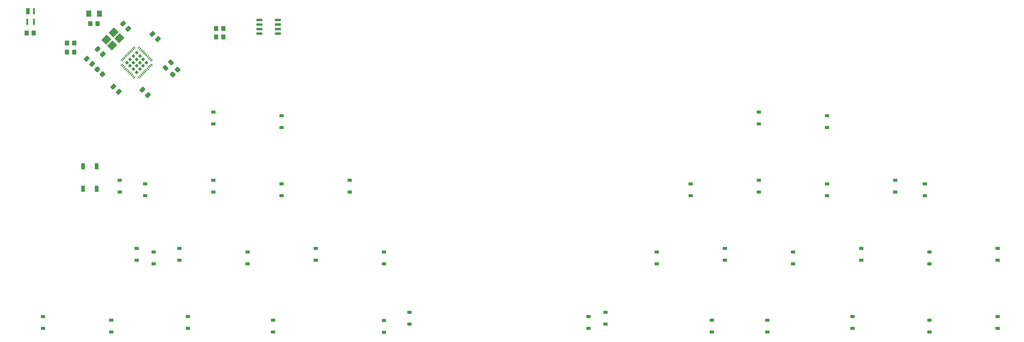
<source format=gbp>
G04 #@! TF.GenerationSoftware,KiCad,Pcbnew,(6.0.10-0)*
G04 #@! TF.CreationDate,2023-02-22T14:56:28+09:00*
G04 #@! TF.ProjectId,Sandy_Base,53616e64-795f-4426-9173-652e6b696361,v.0*
G04 #@! TF.SameCoordinates,Original*
G04 #@! TF.FileFunction,Paste,Bot*
G04 #@! TF.FilePolarity,Positive*
%FSLAX46Y46*%
G04 Gerber Fmt 4.6, Leading zero omitted, Abs format (unit mm)*
G04 Created by KiCad (PCBNEW (6.0.10-0)) date 2023-02-22 14:56:28*
%MOMM*%
%LPD*%
G01*
G04 APERTURE LIST*
G04 Aperture macros list*
%AMRoundRect*
0 Rectangle with rounded corners*
0 $1 Rounding radius*
0 $2 $3 $4 $5 $6 $7 $8 $9 X,Y pos of 4 corners*
0 Add a 4 corners polygon primitive as box body*
4,1,4,$2,$3,$4,$5,$6,$7,$8,$9,$2,$3,0*
0 Add four circle primitives for the rounded corners*
1,1,$1+$1,$2,$3*
1,1,$1+$1,$4,$5*
1,1,$1+$1,$6,$7*
1,1,$1+$1,$8,$9*
0 Add four rect primitives between the rounded corners*
20,1,$1+$1,$2,$3,$4,$5,0*
20,1,$1+$1,$4,$5,$6,$7,0*
20,1,$1+$1,$6,$7,$8,$9,0*
20,1,$1+$1,$8,$9,$2,$3,0*%
%AMRotRect*
0 Rectangle, with rotation*
0 The origin of the aperture is its center*
0 $1 length*
0 $2 width*
0 $3 Rotation angle, in degrees counterclockwise*
0 Add horizontal line*
21,1,$1,$2,0,0,$3*%
G04 Aperture macros list end*
%ADD10RoundRect,0.250000X-0.350000X-0.450000X0.350000X-0.450000X0.350000X0.450000X-0.350000X0.450000X0*%
%ADD11RoundRect,0.250000X0.350000X0.450000X-0.350000X0.450000X-0.350000X-0.450000X0.350000X-0.450000X0*%
%ADD12RoundRect,0.250000X0.574524X0.097227X0.097227X0.574524X-0.574524X-0.097227X-0.097227X-0.574524X0*%
%ADD13RoundRect,0.250000X-0.574524X-0.097227X-0.097227X-0.574524X0.574524X0.097227X0.097227X0.574524X0*%
%ADD14RotRect,2.100000X1.800000X225.000000*%
%ADD15RoundRect,0.250000X0.097227X-0.574524X0.574524X-0.097227X-0.097227X0.574524X-0.574524X0.097227X0*%
%ADD16RoundRect,0.250001X0.462499X0.624999X-0.462499X0.624999X-0.462499X-0.624999X0.462499X-0.624999X0*%
%ADD17R,1.000000X1.700000*%
%ADD18R,0.600000X1.700000*%
%ADD19RoundRect,0.250000X-0.565685X-0.070711X-0.070711X-0.565685X0.565685X0.070711X0.070711X0.565685X0*%
%ADD20RoundRect,0.250000X0.070711X-0.565685X0.565685X-0.070711X-0.070711X0.565685X-0.565685X0.070711X0*%
%ADD21RoundRect,0.150000X0.725000X0.150000X-0.725000X0.150000X-0.725000X-0.150000X0.725000X-0.150000X0*%
%ADD22RotRect,0.700000X0.250000X45.000000*%
%ADD23RotRect,0.700000X0.250000X315.000000*%
%ADD24RotRect,0.772500X0.772500X45.000000*%
%ADD25R,1.200000X0.900000*%
G04 APERTURE END LIST*
D10*
X24820935Y-25860405D03*
X26820935Y-25860405D03*
D11*
X38123935Y-31194405D03*
X36123935Y-31194405D03*
D12*
X58701433Y-43215153D03*
X57234187Y-41747907D03*
D13*
X41650165Y-33085385D03*
X43117411Y-34552631D03*
D14*
X50773413Y-27331023D03*
X48722803Y-29381633D03*
X47096457Y-27755287D03*
X49147067Y-25704677D03*
D13*
X44629437Y-30381407D03*
X46096683Y-31848653D03*
X60012312Y-26142782D03*
X61479558Y-27610028D03*
D15*
X63653153Y-35605562D03*
X65120399Y-34138316D03*
D16*
X45167810Y-20431155D03*
X42192810Y-20431155D03*
D11*
X44680310Y-23225155D03*
X42680310Y-23225155D03*
D17*
X25197935Y-19788405D03*
D18*
X26897935Y-19788405D03*
X26897935Y-22788405D03*
X24997935Y-22788405D03*
D17*
X40595975Y-63148765D03*
X40595975Y-69448765D03*
X44395975Y-69448765D03*
X44395975Y-63148765D03*
D19*
X44582044Y-36017264D03*
X45996258Y-37431478D03*
D20*
X65626828Y-37521262D03*
X67041042Y-36107048D03*
D12*
X53240433Y-24704903D03*
X51773187Y-23237657D03*
D21*
X95070935Y-22248405D03*
X95070935Y-23518405D03*
X95070935Y-24788405D03*
X95070935Y-26058405D03*
X89920935Y-26058405D03*
X89920935Y-24788405D03*
X89920935Y-23518405D03*
X89920935Y-22248405D03*
D10*
X77779935Y-27003405D03*
X79779935Y-27003405D03*
X77779935Y-24590405D03*
X79779935Y-24590405D03*
D13*
X49090312Y-40874782D03*
X50557558Y-42342028D03*
D11*
X38123935Y-28654405D03*
X36123935Y-28654405D03*
D22*
X54950164Y-38319085D03*
X54596611Y-37965532D03*
X54243057Y-37611978D03*
X53889504Y-37258425D03*
X53535950Y-36904871D03*
X53182397Y-36551318D03*
X52828844Y-36197765D03*
X52475290Y-35844211D03*
X52121737Y-35490658D03*
X51768183Y-35137104D03*
X51414630Y-34783551D03*
D23*
X51414630Y-33510759D03*
X51768183Y-33157206D03*
X52121737Y-32803652D03*
X52475290Y-32450099D03*
X52828844Y-32096545D03*
X53182397Y-31742992D03*
X53535950Y-31389439D03*
X53889504Y-31035885D03*
X54243057Y-30682332D03*
X54596611Y-30328778D03*
X54950164Y-29975225D03*
D22*
X56222956Y-29975225D03*
X56576509Y-30328778D03*
X56930063Y-30682332D03*
X57283616Y-31035885D03*
X57637170Y-31389439D03*
X57990723Y-31742992D03*
X58344276Y-32096545D03*
X58697830Y-32450099D03*
X59051383Y-32803652D03*
X59404937Y-33157206D03*
X59758490Y-33510759D03*
D23*
X59758490Y-34783551D03*
X59404937Y-35137104D03*
X59051383Y-35490658D03*
X58697830Y-35844211D03*
X58344276Y-36197765D03*
X57990723Y-36551318D03*
X57637170Y-36904871D03*
X57283616Y-37258425D03*
X56930063Y-37611978D03*
X56576509Y-37965532D03*
X56222956Y-38319085D03*
D24*
X54676160Y-35967955D03*
X53765760Y-35057555D03*
X56496960Y-32326355D03*
X56496960Y-35967955D03*
X55586560Y-33236755D03*
X55586560Y-36878355D03*
X57407360Y-35057555D03*
X53765760Y-33236755D03*
X55586560Y-35057555D03*
X55586560Y-31415955D03*
X56496960Y-34147155D03*
X58317760Y-34147155D03*
X54676160Y-32326355D03*
X52855360Y-34147155D03*
X57407360Y-33236755D03*
X54676160Y-34147155D03*
D25*
X77017810Y-70325280D03*
X77017810Y-67025280D03*
X296092810Y-108425280D03*
X296092810Y-105125280D03*
X96067810Y-71375280D03*
X96067810Y-68075280D03*
X93686560Y-109475280D03*
X93686560Y-106175280D03*
X131786560Y-107234655D03*
X131786560Y-103934655D03*
X86542810Y-90425280D03*
X86542810Y-87125280D03*
X200842810Y-90425280D03*
X200842810Y-87125280D03*
X124642810Y-109525280D03*
X124642810Y-106225280D03*
X257992810Y-89375280D03*
X257992810Y-86075280D03*
X29392810Y-108425280D03*
X29392810Y-105125280D03*
X229417810Y-70325280D03*
X229417810Y-67025280D03*
X238942810Y-90425280D03*
X238942810Y-87125280D03*
X216320935Y-109471280D03*
X216320935Y-106171280D03*
X219892810Y-89375280D03*
X219892810Y-86075280D03*
X277042810Y-109475280D03*
X277042810Y-106175280D03*
X210367810Y-71375280D03*
X210367810Y-68075280D03*
X248467810Y-71375280D03*
X248467810Y-68075280D03*
X186555310Y-107234655D03*
X186555310Y-103934655D03*
X277042810Y-90425280D03*
X277042810Y-87125280D03*
X50824060Y-70325280D03*
X50824060Y-67025280D03*
X229417810Y-51275280D03*
X229417810Y-47975280D03*
X275852185Y-71375280D03*
X275852185Y-68075280D03*
X96067810Y-52325280D03*
X96067810Y-49025280D03*
X55586560Y-89375280D03*
X55586560Y-86075280D03*
X296092810Y-89375280D03*
X296092810Y-86075280D03*
X48442810Y-109475280D03*
X48442810Y-106175280D03*
X67492810Y-89375280D03*
X67492810Y-86075280D03*
X105592810Y-89375280D03*
X105592810Y-86075280D03*
X124642810Y-90425280D03*
X124642810Y-87125280D03*
X255611560Y-108425280D03*
X255611560Y-105125280D03*
X115117810Y-70325280D03*
X115117810Y-67025280D03*
X181792810Y-108425280D03*
X181792810Y-105125280D03*
X69874060Y-108425280D03*
X69874060Y-105125280D03*
X267517810Y-70325280D03*
X267517810Y-67025280D03*
X60349060Y-90425280D03*
X60349060Y-87125280D03*
X77017810Y-51275280D03*
X77017810Y-47975280D03*
X248467810Y-52325280D03*
X248467810Y-49025280D03*
X231799060Y-109475280D03*
X231799060Y-106175280D03*
X57967810Y-71375280D03*
X57967810Y-68075280D03*
M02*

</source>
